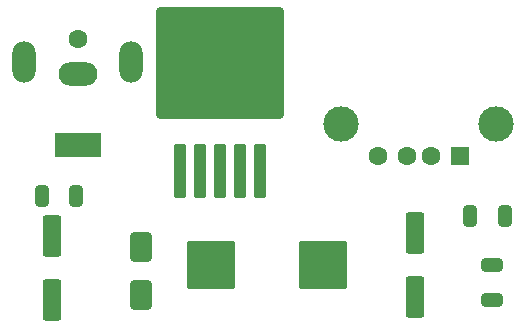
<source format=gbr>
%TF.GenerationSoftware,KiCad,Pcbnew,9.0.3*%
%TF.CreationDate,2025-10-14T12:27:29+02:00*%
%TF.ProjectId,TEST_JLC_PCB,54455354-5f4a-44c4-935f-5043422e6b69,rev?*%
%TF.SameCoordinates,Original*%
%TF.FileFunction,Soldermask,Top*%
%TF.FilePolarity,Negative*%
%FSLAX46Y46*%
G04 Gerber Fmt 4.6, Leading zero omitted, Abs format (unit mm)*
G04 Created by KiCad (PCBNEW 9.0.3) date 2025-10-14 12:27:29*
%MOMM*%
%LPD*%
G01*
G04 APERTURE LIST*
G04 Aperture macros list*
%AMRoundRect*
0 Rectangle with rounded corners*
0 $1 Rounding radius*
0 $2 $3 $4 $5 $6 $7 $8 $9 X,Y pos of 4 corners*
0 Add a 4 corners polygon primitive as box body*
4,1,4,$2,$3,$4,$5,$6,$7,$8,$9,$2,$3,0*
0 Add four circle primitives for the rounded corners*
1,1,$1+$1,$2,$3*
1,1,$1+$1,$4,$5*
1,1,$1+$1,$6,$7*
1,1,$1+$1,$8,$9*
0 Add four rect primitives between the rounded corners*
20,1,$1+$1,$2,$3,$4,$5,0*
20,1,$1+$1,$4,$5,$6,$7,0*
20,1,$1+$1,$6,$7,$8,$9,0*
20,1,$1+$1,$8,$9,$2,$3,0*%
G04 Aperture macros list end*
%ADD10RoundRect,0.250000X0.325000X0.650000X-0.325000X0.650000X-0.325000X-0.650000X0.325000X-0.650000X0*%
%ADD11R,1.600000X1.500000*%
%ADD12C,1.600000*%
%ADD13C,3.000000*%
%ADD14RoundRect,0.250000X-0.550000X1.500000X-0.550000X-1.500000X0.550000X-1.500000X0.550000X1.500000X0*%
%ADD15R,4.000000X2.000000*%
%ADD16O,3.300000X2.000000*%
%ADD17O,2.000000X3.500000*%
%ADD18RoundRect,0.250000X-0.650000X0.325000X-0.650000X-0.325000X0.650000X-0.325000X0.650000X0.325000X0*%
%ADD19RoundRect,0.250002X1.799998X1.799998X-1.799998X1.799998X-1.799998X-1.799998X1.799998X-1.799998X0*%
%ADD20RoundRect,0.250000X0.300000X-2.050000X0.300000X2.050000X-0.300000X2.050000X-0.300000X-2.050000X0*%
%ADD21RoundRect,0.250002X5.149998X-4.449998X5.149998X4.449998X-5.149998X4.449998X-5.149998X-4.449998X0*%
%ADD22RoundRect,0.250000X-0.650000X1.000000X-0.650000X-1.000000X0.650000X-1.000000X0.650000X1.000000X0*%
%ADD23RoundRect,0.250000X-0.325000X-0.650000X0.325000X-0.650000X0.325000X0.650000X-0.325000X0.650000X0*%
G04 APERTURE END LIST*
D10*
%TO.C,C5*%
X99135000Y-68170000D03*
X96185000Y-68170000D03*
%TD*%
D11*
%TO.C,J1*%
X131630000Y-64800000D03*
D12*
X129130000Y-64800000D03*
X127130000Y-64800000D03*
X124630000Y-64800000D03*
D13*
X134700000Y-62090000D03*
X121560000Y-62090000D03*
%TD*%
D14*
%TO.C,C1*%
X97060000Y-71570000D03*
X97060000Y-76970000D03*
%TD*%
D12*
%TO.C,J2*%
X99230000Y-54900000D03*
D15*
X99230000Y-63900000D03*
D16*
X99230000Y-57900000D03*
D17*
X103730000Y-56900000D03*
X94730000Y-56900000D03*
%TD*%
D18*
%TO.C,C3*%
X134360000Y-74020000D03*
X134360000Y-76970000D03*
%TD*%
D19*
%TO.C,L1*%
X120025000Y-74060000D03*
X110525000Y-74060000D03*
%TD*%
D20*
%TO.C,U2*%
X107920000Y-66080000D03*
X109620000Y-66080000D03*
X111320000Y-66080000D03*
D21*
X111320000Y-56930000D03*
D20*
X113020000Y-66080000D03*
X114720000Y-66080000D03*
%TD*%
D14*
%TO.C,C2*%
X127780000Y-71320000D03*
X127780000Y-76720000D03*
%TD*%
D22*
%TO.C,D1*%
X104582500Y-72560000D03*
X104582500Y-76560000D03*
%TD*%
D23*
%TO.C,C4*%
X132490000Y-69860000D03*
X135440000Y-69860000D03*
%TD*%
M02*

</source>
